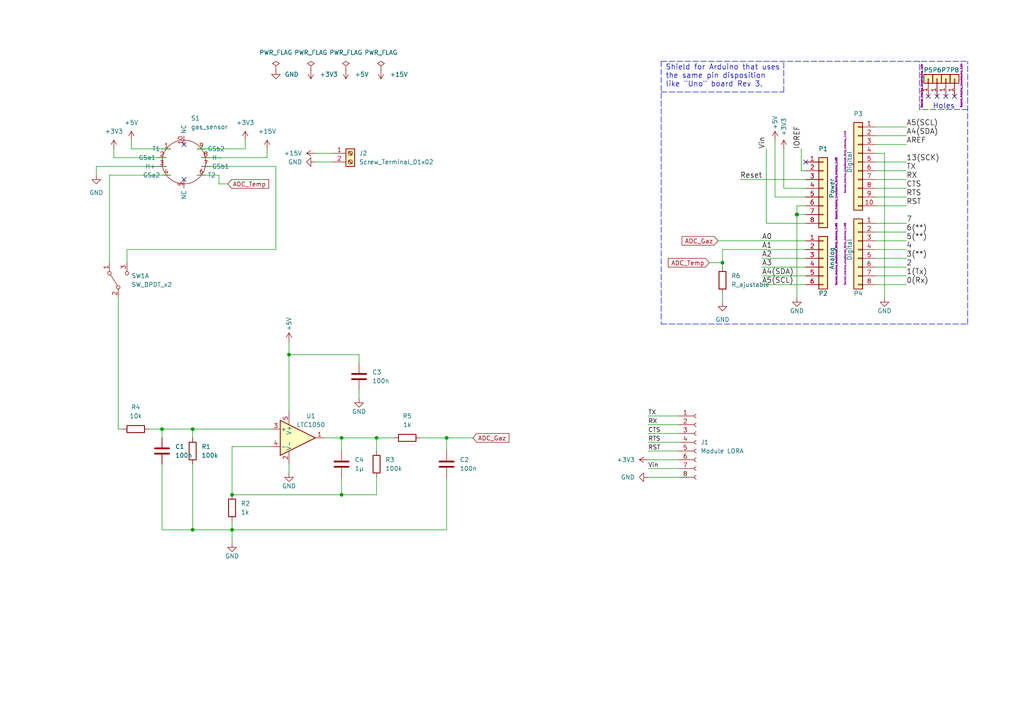
<source format=kicad_sch>
(kicad_sch (version 20211123) (generator eeschema)
  (paper "A4")
  (title_block (title "Projet MOSH") (date "2022-01-15") (rev "1.0") (company "INSA") (comment 1 "Lerat Convert Mackay Hebras Benazzouz"))
  (lib_symbols
    (symbol "Amplifier_Operational:AD8603" (pin_names (offset 0.127))
      (property "Reference" "U" (at 0 5.08 0))
      (property "Value" "AD8603" (at 0 -5.08 0))
      (symbol "AD8603_0_1"
        (polyline (pts (xy -5.08 5.08) (xy 5.08 0) (xy -5.08 -5.08) (xy -5.08 5.08)) (stroke (width 0.254)) (fill (type background)))
        (pin power_in line (at -2.54 -7.62 90) (length 3.81) (name "V-") (number "2"))
        (pin power_in line (at -2.54 7.62 270) (length 3.81) (name "V+") (number "5"))
      )
      (symbol "AD8603_1_1"
        (pin output line (at 7.62 0 180) (length 2.54) (name "~") (number "1"))
        (pin input line (at -7.62 2.54 0) (length 2.54) (name "+") (number "3"))
        (pin input line (at -7.62 -2.54 0) (length 2.54) (name "-") (number "4"))
      )
    )
    (symbol "Connector:Conn_01x08_Female" (pin_names (offset 1.016) hide)
      (property "Reference" "J" (at 0 10.16 0))
      (property "Value" "Conn_01x08_Female" (at 0 -12.7 0))
      (symbol "Conn_01x08_Female_1_1"
        (arc (start 0 -9.652) (mid -0.508 -10.16) (end 0 -10.668) (stroke (width 0.1524)))
        (arc (start 0 -7.112) (mid -0.508 -7.62) (end 0 -8.128) (stroke (width 0.1524)))
        (arc (start 0 -4.572) (mid -0.508 -5.08) (end 0 -5.588) (stroke (width 0.1524)))
        (arc (start 0 -2.032) (mid -0.508 -2.54) (end 0 -3.048) (stroke (width 0.1524)))
        (polyline (pts (xy -1.27 -10.16) (xy -0.508 -10.16)) (stroke (width 0.1524)))
        (polyline (pts (xy -1.27 -7.62) (xy -0.508 -7.62)) (stroke (width 0.1524)))
        (polyline (pts (xy -1.27 -5.08) (xy -0.508 -5.08)) (stroke (width 0.1524)))
        (polyline (pts (xy -1.27 -2.54) (xy -0.508 -2.54)) (stroke (width 0.1524)))
        (polyline (pts (xy -1.27 0) (xy -0.508 0)) (stroke (width 0.1524)))
        (polyline (pts (xy -1.27 2.54) (xy -0.508 2.54)) (stroke (width 0.1524)))
        (polyline (pts (xy -1.27 5.08) (xy -0.508 5.08)) (stroke (width 0.1524)))
        (polyline (pts (xy -1.27 7.62) (xy -0.508 7.62)) (stroke (width 0.1524)))
        (arc (start 0 0.508) (mid -0.508 0) (end 0 -0.508) (stroke (width 0.1524)))
        (arc (start 0 3.048) (mid -0.508 2.54) (end 0 2.032) (stroke (width 0.1524)))
        (arc (start 0 5.588) (mid -0.508 5.08) (end 0 4.572) (stroke (width 0.1524)))
        (arc (start 0 8.128) (mid -0.508 7.62) (end 0 7.112) (stroke (width 0.1524)))
        (pin passive line (at -5.08 7.62 0) (length 3.81) (name "Pin_1") (number "1"))
        (pin passive line (at -5.08 5.08 0) (length 3.81) (name "Pin_2") (number "2"))
        (pin passive line (at -5.08 2.54 0) (length 3.81) (name "Pin_3") (number "3"))
        (pin passive line (at -5.08 0 0) (length 3.81) (name "Pin_4") (number "4"))
        (pin passive line (at -5.08 -2.54 0) (length 3.81) (name "Pin_5") (number "5"))
        (pin passive line (at -5.08 -5.08 0) (length 3.81) (name "Pin_6") (number "6"))
        (pin passive line (at -5.08 -7.62 0) (length 3.81) (name "Pin_7") (number "7"))
        (pin passive line (at -5.08 -10.16 0) (length 3.81) (name "Pin_8") (number "8"))
      )
    )
    (symbol "Connector:Screw_Terminal_01x02" (pin_names (offset 1.016) hide)
      (property "Reference" "J" (at 0 2.54 0))
      (property "Value" "Screw_Terminal_01x02" (at 0 -5.08 0))
      (symbol "Screw_Terminal_01x02_1_1"
        (rectangle (start -1.27 1.27) (end 1.27 -3.81) (stroke (width 0.254)) (fill (type background)))
        (circle (center 0 -2.54) (radius 0.635) (stroke (width 0.1524)))
        (polyline (pts (xy -0.5334 -2.2098) (xy 0.3302 -3.048)) (stroke (width 0.1524)))
        (polyline (pts (xy -0.5334 0.3302) (xy 0.3302 -0.508)) (stroke (width 0.1524)))
        (polyline (pts (xy -0.3556 -2.032) (xy 0.508 -2.8702)) (stroke (width 0.1524)))
        (polyline (pts (xy -0.3556 0.508) (xy 0.508 -0.3302)) (stroke (width 0.1524)))
        (circle (center 0 0) (radius 0.635) (stroke (width 0.1524)))
        (pin passive line (at -5.08 0 0) (length 3.81) (name "Pin_1") (number "1"))
        (pin passive line (at -5.08 -2.54 0) (length 3.81) (name "Pin_2") (number "2"))
      )
    )
    (symbol "Connector_Generic:Conn_01x01" (pin_names (offset 1.016) hide)
      (property "Reference" "J" (at 0 2.54 0))
      (property "Value" "Conn_01x01" (at 0 -2.54 0))
      (symbol "Conn_01x01_1_1"
        (rectangle (start -1.27 0.127) (end 0 -0.127) (stroke (width 0.1524)))
        (rectangle (start -1.27 1.27) (end 1.27 -1.27) (stroke (width 0.254)) (fill (type background)))
        (pin passive line (at -5.08 0 0) (length 3.81) (name "Pin_1") (number "1"))
      )
    )
    (symbol "Connector_Generic:Conn_01x06" (pin_names (offset 1.016) hide)
      (property "Reference" "J" (at 0 7.62 0))
      (property "Value" "Conn_01x06" (at 0 -10.16 0))
      (symbol "Conn_01x06_1_1"
        (rectangle (start -1.27 -7.493) (end 0 -7.747) (stroke (width 0.1524)))
        (rectangle (start -1.27 -4.953) (end 0 -5.207) (stroke (width 0.1524)))
        (rectangle (start -1.27 -2.413) (end 0 -2.667) (stroke (width 0.1524)))
        (rectangle (start -1.27 0.127) (end 0 -0.127) (stroke (width 0.1524)))
        (rectangle (start -1.27 2.667) (end 0 2.413) (stroke (width 0.1524)))
        (rectangle (start -1.27 5.207) (end 0 4.953) (stroke (width 0.1524)))
        (rectangle (start -1.27 6.35) (end 1.27 -8.89) (stroke (width 0.254)) (fill (type background)))
        (pin passive line (at -5.08 5.08 0) (length 3.81) (name "Pin_1") (number "1"))
        (pin passive line (at -5.08 2.54 0) (length 3.81) (name "Pin_2") (number "2"))
        (pin passive line (at -5.08 0 0) (length 3.81) (name "Pin_3") (number "3"))
        (pin passive line (at -5.08 -2.54 0) (length 3.81) (name "Pin_4") (number "4"))
        (pin passive line (at -5.08 -5.08 0) (length 3.81) (name "Pin_5") (number "5"))
        (pin passive line (at -5.08 -7.62 0) (length 3.81) (name "Pin_6") (number "6"))
      )
    )
    (symbol "Connector_Generic:Conn_01x08" (pin_names (offset 1.016) hide)
      (property "Reference" "J" (at 0 10.16 0))
      (property "Value" "Conn_01x08" (at 0 -12.7 0))
      (symbol "Conn_01x08_1_1"
        (rectangle (start -1.27 -10.033) (end 0 -10.287) (stroke (width 0.1524)))
        (rectangle (start -1.27 -7.493) (end 0 -7.747) (stroke (width 0.1524)))
        (rectangle (start -1.27 -4.953) (end 0 -5.207) (stroke (width 0.1524)))
        (rectangle (start -1.27 -2.413) (end 0 -2.667) (stroke (width 0.1524)))
        (rectangle (start -1.27 0.127) (end 0 -0.127) (stroke (width 0.1524)))
        (rectangle (start -1.27 2.667) (end 0 2.413) (stroke (width 0.1524)))
        (rectangle (start -1.27 5.207) (end 0 4.953) (stroke (width 0.1524)))
        (rectangle (start -1.27 7.747) (end 0 7.493) (stroke (width 0.1524)))
        (rectangle (start -1.27 8.89) (end 1.27 -11.43) (stroke (width 0.254)) (fill (type background)))
        (pin passive line (at -5.08 7.62 0) (length 3.81) (name "Pin_1") (number "1"))
        (pin passive line (at -5.08 5.08 0) (length 3.81) (name "Pin_2") (number "2"))
        (pin passive line (at -5.08 2.54 0) (length 3.81) (name "Pin_3") (number "3"))
        (pin passive line (at -5.08 0 0) (length 3.81) (name "Pin_4") (number "4"))
        (pin passive line (at -5.08 -2.54 0) (length 3.81) (name "Pin_5") (number "5"))
        (pin passive line (at -5.08 -5.08 0) (length 3.81) (name "Pin_6") (number "6"))
        (pin passive line (at -5.08 -7.62 0) (length 3.81) (name "Pin_7") (number "7"))
        (pin passive line (at -5.08 -10.16 0) (length 3.81) (name "Pin_8") (number "8"))
      )
    )
    (symbol "Connector_Generic:Conn_01x10" (pin_names (offset 1.016) hide)
      (property "Reference" "J" (at 0 12.7 0))
      (property "Value" "Conn_01x10" (at 0 -15.24 0))
      (symbol "Conn_01x10_1_1"
        (rectangle (start -1.27 -12.573) (end 0 -12.827) (stroke (width 0.1524)))
        (rectangle (start -1.27 -10.033) (end 0 -10.287) (stroke (width 0.1524)))
        (rectangle (start -1.27 -7.493) (end 0 -7.747) (stroke (width 0.1524)))
        (rectangle (start -1.27 -4.953) (end 0 -5.207) (stroke (width 0.1524)))
        (rectangle (start -1.27 -2.413) (end 0 -2.667) (stroke (width 0.1524)))
        (rectangle (start -1.27 0.127) (end 0 -0.127) (stroke (width 0.1524)))
        (rectangle (start -1.27 2.667) (end 0 2.413) (stroke (width 0.1524)))
        (rectangle (start -1.27 5.207) (end 0 4.953) (stroke (width 0.1524)))
        (rectangle (start -1.27 7.747) (end 0 7.493) (stroke (width 0.1524)))
        (rectangle (start -1.27 10.287) (end 0 10.033) (stroke (width 0.1524)))
        (rectangle (start -1.27 11.43) (end 1.27 -13.97) (stroke (width 0.254)) (fill (type background)))
        (pin passive line (at -5.08 10.16 0) (length 3.81) (name "Pin_1") (number "1"))
        (pin passive line (at -5.08 -12.7 0) (length 3.81) (name "Pin_10") (number "10"))
        (pin passive line (at -5.08 7.62 0) (length 3.81) (name "Pin_2") (number "2"))
        (pin passive line (at -5.08 5.08 0) (length 3.81) (name "Pin_3") (number "3"))
        (pin passive line (at -5.08 2.54 0) (length 3.81) (name "Pin_4") (number "4"))
        (pin passive line (at -5.08 0 0) (length 3.81) (name "Pin_5") (number "5"))
        (pin passive line (at -5.08 -2.54 0) (length 3.81) (name "Pin_6") (number "6"))
        (pin passive line (at -5.08 -5.08 0) (length 3.81) (name "Pin_7") (number "7"))
        (pin passive line (at -5.08 -7.62 0) (length 3.81) (name "Pin_8") (number "8"))
        (pin passive line (at -5.08 -10.16 0) (length 3.81) (name "Pin_9") (number "9"))
      )
    )
    (symbol "Device:C" (pin_numbers hide) (pin_names (offset 0.254))
      (property "Reference" "C" (at 0.635 2.54 0))
      (property "Value" "C" (at 0.635 -2.54 0))
      (symbol "C_0_1"
        (polyline (pts (xy -2.032 -0.762) (xy 2.032 -0.762)) (stroke (width 0.508)))
        (polyline (pts (xy -2.032 0.762) (xy 2.032 0.762)) (stroke (width 0.508)))
      )
      (symbol "C_1_1"
        (pin passive line (at 0 3.81 270) (length 2.794) (name "~") (number "1"))
        (pin passive line (at 0 -3.81 90) (length 2.794) (name "~") (number "2"))
      )
    )
    (symbol "Device:R" (pin_numbers hide) (pin_names (offset 0))
      (property "Reference" "R" (at 2.032 0 90))
      (property "Value" "R" (at 0 0 90))
      (symbol "R_0_1"
        (rectangle (start -1.016 -2.54) (end 1.016 2.54) (stroke (width 0.254)))
      )
      (symbol "R_1_1"
        (pin passive line (at 0 3.81 270) (length 1.27) (name "~") (number "1"))
        (pin passive line (at 0 -3.81 90) (length 1.27) (name "~") (number "2"))
      )
    )
    (symbol "New_Library:gas_sensor"
      (property "Reference" "S" (at 0 3.81 0))
      (property "Value" "gas_sensor" (at 0 2.54 0))
      (symbol "gas_sensor_0_1"
        (circle (center 0 -7.62) (radius 6.35) (stroke (width 0.1524)))
      )
      (symbol "gas_sensor_1_1"
        (pin bidirectional line (at -3.81 -3.81 180) (length 2.54) (name "T1") (number "1"))
        (pin input line (at 0 -2.54 90) (length 2.54) (name "NC") (number "10"))
        (pin input line (at -5.08 -6.35 180) (length 2.54) (name "GSa1") (number "2"))
        (pin input line (at -5.08 -8.89 180) (length 2.54) (name "H+") (number "3"))
        (pin input line (at -3.81 -11.43 180) (length 2.54) (name "GSa2") (number "4"))
        (pin input line (at 0 -12.7 270) (length 2.54) (name "NC") (number "5"))
        (pin input line (at 3.81 -11.43 0) (length 2.54) (name "T2") (number "6"))
        (pin input line (at 5.08 -8.89 0) (length 2.54) (name "GSb1") (number "7"))
        (pin input line (at 5.08 -6.35 0) (length 2.54) (name "H-") (number "8"))
        (pin input line (at 3.81 -3.81 0) (length 2.54) (name "GSb2") (number "9"))
      )
    )
    (symbol "Switch:SW_DPDT_x2" (pin_names (offset 0) hide)
      (property "Reference" "SW" (at 0 4.318 0))
      (property "Value" "SW_DPDT_x2" (at 0 -5.08 0))
      (symbol "SW_DPDT_x2_0_0"
        (circle (center -2.032 0) (radius 0.508))
        (circle (center 2.032 -2.54) (radius 0.508))
      )
      (symbol "SW_DPDT_x2_0_1"
        (polyline (pts (xy -1.524 0.254) (xy 1.651 2.286)))
        (circle (center 2.032 2.54) (radius 0.508))
      )
      (symbol "SW_DPDT_x2_1_1"
        (pin passive line (at 5.08 2.54 180) (length 2.54) (name "A") (number "1"))
        (pin passive line (at -5.08 0 0) (length 2.54) (name "B") (number "2"))
        (pin passive line (at 5.08 -2.54 180) (length 2.54) (name "C") (number "3"))
      )
      (symbol "SW_DPDT_x2_2_1"
        (pin passive line (at 5.08 2.54 180) (length 2.54) (name "A") (number "4"))
        (pin passive line (at -5.08 0 0) (length 2.54) (name "B") (number "5"))
        (pin passive line (at 5.08 -2.54 180) (length 2.54) (name "C") (number "6"))
      )
    )
    (symbol "power:+15V" (power) (pin_names (offset 0))
      (property "Value" "+15V" (at 0 3.556 0))
      (symbol "+15V_0_1"
        (polyline (pts (xy -0.762 1.27) (xy 0 2.54)))
        (polyline (pts (xy 0 0) (xy 0 2.54)))
        (polyline (pts (xy 0 2.54) (xy 0.762 1.27)))
      )
      (symbol "+15V_1_1"
        (pin power_in line (at 0 0 90) (length 0) hide (name "+15V") (number "1"))
      )
    )
    (symbol "power:+3.3V" (power) (pin_names (offset 0))
      (property "Value" "+3.3V" (at 0 3.556 0))
      (symbol "+3.3V_0_1"
        (polyline (pts (xy -0.762 1.27) (xy 0 2.54)))
        (polyline (pts (xy 0 0) (xy 0 2.54)))
        (polyline (pts (xy 0 2.54) (xy 0.762 1.27)))
      )
      (symbol "+3.3V_1_1"
        (pin power_in line (at 0 0 90) (length 0) hide (name "+3V3") (number "1"))
      )
    )
    (symbol "power:+5V" (power) (pin_names (offset 0))
      (property "Value" "+5V" (at 0 3.556 0))
      (symbol "+5V_0_1"
        (polyline (pts (xy -0.762 1.27) (xy 0 2.54)))
        (polyline (pts (xy 0 0) (xy 0 2.54)))
        (polyline (pts (xy 0 2.54) (xy 0.762 1.27)))
      )
      (symbol "+5V_1_1"
        (pin power_in line (at 0 0 90) (length 0) hide (name "+5V") (number "1"))
      )
    )
    (symbol "power:GND" (power) (pin_names (offset 0))
      (property "Value" "GND" (at 0 -3.81 0))
      (symbol "GND_0_1"
        (polyline (pts (xy 0 0) (xy 0 -1.27) (xy 1.27 -1.27) (xy 0 -2.54) (xy -1.27 -1.27) (xy 0 -1.27)))
      )
      (symbol "GND_1_1"
        (pin power_in line (at 0 0 270) (length 0) hide (name "GND") (number "1"))
      )
    )
    (symbol "power:PWR_FLAG" (power) (pin_numbers hide) (pin_names (offset 0) hide)
      (property "Value" "PWR_FLAG" (at 0 3.81 0))
      (symbol "PWR_FLAG_0_0"
        (pin power_out line (at 0 0 90) (length 0) (name "pwr") (number "1"))
      )
      (symbol "PWR_FLAG_0_1"
        (polyline (pts (xy 0 0) (xy 0 1.27) (xy -1.016 1.905) (xy 0 2.54) (xy 1.016 1.905) (xy 0 1.27)))
      )
    )
  )
  (junction (at 99.06 127))
  (junction (at 67.31 143.51))
  (junction (at 55.88 153.67))
  (junction (at 129.54 127))
  (junction (at 231.14 62.23) (diameter 1.016))
  (junction (at 46.99 124.46))
  (junction (at 83.82 102.87))
  (junction (at 109.22 127))
  (junction (at 67.31 153.67))
  (junction (at 209.55 76.2))
  (junction (at 99.06 143.51))
  (junction (at 55.88 124.46))
  (no_connect (at 274.32 27.94))
  (no_connect (at 269.24 27.94))
  (no_connect (at 271.78 27.94))
  (no_connect (at 276.86 27.94))
  (no_connect (at 233.68 46.99))
  (no_connect (at 53.34 41.91))
  (no_connect (at 53.34 52.07))
  (wire (pts (xy 187.96 138.43) (xy 196.85 138.43)))
  (wire (pts (xy 233.68 54.61) (xy 227.33 54.61)))
  (wire (pts (xy 104.14 113.03) (xy 104.14 115.57)))
  (wire (pts (xy 233.68 77.47) (xy 220.98 77.47)))
  (wire (pts (xy 77.47 45.72) (xy 58.42 45.72)))
  (wire (pts (xy 31.75 50.8) (xy 49.53 50.8)))
  (polyline (pts (xy 227.33 26.67) (xy 227.33 17.78)) (stroke (width 0) (type dash)))
  (wire (pts (xy 129.54 127) (xy 129.54 130.81)))
  (wire (pts (xy 121.92 127) (xy 129.54 127)))
  (wire (pts (xy 109.22 138.43) (xy 109.22 143.51)))
  (wire (pts (xy 254 69.85) (xy 262.89 69.85)))
  (wire (pts (xy 187.96 133.35) (xy 196.85 133.35)))
  (wire (pts (xy 99.06 143.51) (xy 109.22 143.51)))
  (wire (pts (xy 187.96 135.89) (xy 196.85 135.89)))
  (wire (pts (xy 46.99 124.46) (xy 46.99 127)))
  (wire (pts (xy 187.96 123.19) (xy 196.85 123.19)))
  (wire (pts (xy 63.5 50.8) (xy 57.15 50.8)))
  (wire (pts (xy 209.55 76.2) (xy 209.55 77.47)))
  (wire (pts (xy 67.31 153.67) (xy 67.31 157.48)))
  (wire (pts (xy 231.14 59.69) (xy 231.14 62.23)))
  (wire (pts (xy 109.22 127) (xy 109.22 130.81)))
  (wire (pts (xy 33.02 45.72) (xy 48.26 45.72)))
  (wire (pts (xy 33.02 43.18) (xy 33.02 45.72)))
  (wire (pts (xy 254 49.53) (xy 262.89 49.53)))
  (wire (pts (xy 256.54 44.45) (xy 256.54 86.36)))
  (wire (pts (xy 233.68 59.69) (xy 231.14 59.69)))
  (wire (pts (xy 93.98 127) (xy 99.06 127)))
  (wire (pts (xy 43.18 124.46) (xy 46.99 124.46)))
  (wire (pts (xy 254 59.69) (xy 262.89 59.69)))
  (wire (pts (xy 232.41 49.53) (xy 233.68 49.53)))
  (wire (pts (xy 233.68 57.15) (xy 224.79 57.15)))
  (wire (pts (xy 55.88 134.62) (xy 55.88 153.67)))
  (wire (pts (xy 109.22 127) (xy 114.3 127)))
  (wire (pts (xy 254 46.99) (xy 262.89 46.99)))
  (wire (pts (xy 254 64.77) (xy 262.89 64.77)))
  (wire (pts (xy 46.99 124.46) (xy 55.88 124.46)))
  (wire (pts (xy 36.83 76.2) (xy 36.83 72.39)))
  (wire (pts (xy 38.1 43.18) (xy 38.1 40.64)))
  (wire (pts (xy 254 36.83) (xy 262.89 36.83)))
  (wire (pts (xy 49.53 43.18) (xy 38.1 43.18)))
  (wire (pts (xy 27.94 48.26) (xy 27.94 50.8)))
  (wire (pts (xy 99.06 138.43) (xy 99.06 143.51)))
  (wire (pts (xy 77.47 43.18) (xy 77.47 45.72)))
  (wire (pts (xy 254 77.47) (xy 262.89 77.47)))
  (wire (pts (xy 209.55 85.09) (xy 209.55 87.63)))
  (wire (pts (xy 55.88 124.46) (xy 55.88 127)))
  (wire (pts (xy 187.96 130.81) (xy 196.85 130.81)))
  (wire (pts (xy 187.96 120.65) (xy 196.85 120.65)))
  (wire (pts (xy 233.68 64.77) (xy 222.25 64.77)))
  (wire (pts (xy 67.31 153.67) (xy 129.54 153.67)))
  (wire (pts (xy 63.5 50.8) (xy 63.5 53.34)))
  (wire (pts (xy 91.44 46.99) (xy 96.52 46.99)))
  (wire (pts (xy 254 52.07) (xy 262.89 52.07)))
  (wire (pts (xy 233.68 80.01) (xy 220.98 80.01)))
  (wire (pts (xy 48.26 48.26) (xy 27.94 48.26)))
  (polyline (pts (xy 280.67 31.75) (xy 266.7 31.75)) (stroke (width 0) (type dash)))
  (wire (pts (xy 233.68 52.07) (xy 214.63 52.07)))
  (wire (pts (xy 99.06 127) (xy 109.22 127)))
  (wire (pts (xy 254 44.45) (xy 256.54 44.45)))
  (wire (pts (xy 233.68 62.23) (xy 231.14 62.23)))
  (wire (pts (xy 254 57.15) (xy 262.89 57.15)))
  (wire (pts (xy 31.75 76.2) (xy 31.75 50.8)))
  (wire (pts (xy 231.14 62.23) (xy 231.14 86.36)))
  (wire (pts (xy 222.25 64.77) (xy 222.25 43.18)))
  (wire (pts (xy 55.88 153.67) (xy 67.31 153.67)))
  (wire (pts (xy 104.14 102.87) (xy 104.14 105.41)))
  (wire (pts (xy 209.55 72.39) (xy 233.68 72.39)))
  (wire (pts (xy 36.83 72.39) (xy 80.01 72.39)))
  (wire (pts (xy 83.82 134.62) (xy 83.82 137.16)))
  (wire (pts (xy 129.54 127) (xy 137.16 127)))
  (wire (pts (xy 80.01 72.39) (xy 80.01 48.26)))
  (wire (pts (xy 187.96 128.27) (xy 196.85 128.27)))
  (polyline (pts (xy 191.77 93.98) (xy 280.67 93.98)) (stroke (width 0) (type dash)))
  (wire (pts (xy 254 74.93) (xy 262.89 74.93)))
  (wire (pts (xy 83.82 102.87) (xy 83.82 119.38)))
  (wire (pts (xy 129.54 138.43) (xy 129.54 153.67)))
  (wire (pts (xy 187.96 125.73) (xy 196.85 125.73)))
  (wire (pts (xy 233.68 82.55) (xy 220.98 82.55)))
  (wire (pts (xy 99.06 127) (xy 99.06 130.81)))
  (polyline (pts (xy 191.77 17.78) (xy 280.67 17.78)) (stroke (width 0) (type dash)))
  (wire (pts (xy 91.44 44.45) (xy 96.52 44.45)))
  (wire (pts (xy 34.29 86.36) (xy 34.29 124.46)))
  (wire (pts (xy 254 80.01) (xy 262.89 80.01)))
  (wire (pts (xy 63.5 53.34) (xy 66.04 53.34)))
  (polyline (pts (xy 266.7 31.75) (xy 266.7 17.78)) (stroke (width 0) (type dash)))
  (wire (pts (xy 67.31 151.13) (xy 67.31 153.67)))
  (wire (pts (xy 254 67.31) (xy 262.89 67.31)))
  (wire (pts (xy 34.29 124.46) (xy 35.56 124.46)))
  (wire (pts (xy 224.79 57.15) (xy 224.79 40.64)))
  (wire (pts (xy 205.74 76.2) (xy 209.55 76.2)))
  (wire (pts (xy 46.99 153.67) (xy 55.88 153.67)))
  (wire (pts (xy 254 39.37) (xy 262.89 39.37)))
  (wire (pts (xy 254 72.39) (xy 262.89 72.39)))
  (wire (pts (xy 254 41.91) (xy 262.89 41.91)))
  (wire (pts (xy 67.31 129.54) (xy 78.74 129.54)))
  (wire (pts (xy 67.31 129.54) (xy 67.31 143.51)))
  (polyline (pts (xy 191.77 17.78) (xy 191.77 93.98)) (stroke (width 0) (type dash)))
  (wire (pts (xy 71.12 43.18) (xy 57.15 43.18)))
  (wire (pts (xy 227.33 54.61) (xy 227.33 43.18)))
  (wire (pts (xy 232.41 43.18) (xy 232.41 49.53)))
  (polyline (pts (xy 280.67 93.98) (xy 280.67 17.78)) (stroke (width 0) (type dash)))
  (wire (pts (xy 83.82 102.87) (xy 104.14 102.87)))
  (wire (pts (xy 55.88 124.46) (xy 78.74 124.46)))
  (wire (pts (xy 67.31 143.51) (xy 99.06 143.51)))
  (wire (pts (xy 83.82 99.06) (xy 83.82 102.87)))
  (wire (pts (xy 254 82.55) (xy 262.89 82.55)))
  (wire (pts (xy 254 54.61) (xy 262.89 54.61)))
  (wire (pts (xy 209.55 72.39) (xy 209.55 76.2)))
  (wire (pts (xy 46.99 134.62) (xy 46.99 153.67)))
  (wire (pts (xy 208.28 69.85) (xy 233.68 69.85)))
  (wire (pts (xy 233.68 74.93) (xy 220.98 74.93)))
  (wire (pts (xy 58.42 48.26) (xy 80.01 48.26)))
  (polyline (pts (xy 191.77 26.67) (xy 227.33 26.67)) (stroke (width 0) (type dash)))
  (wire (pts (xy 71.12 40.64) (xy 71.12 43.18)))
  (text "Holes" (at 270.51 31.75 0) (effects (font (size 1.524 1.524)) (justify left bottom)))
  (text "Shield for Arduino that uses\nthe same pin disposition\nlike \"Uno\" board Rev 3." (at 193.04 25.4 0) (effects (font (size 1.524 1.524)) (justify left bottom)))
  (label "Vin" (at 222.25 43.18 90) (effects (font (size 1.524 1.524))))
  (label "0(Rx)" (at 262.89 82.55 0) (effects (font (size 1.524 1.524))))
  (label "A4(SDA)" (at 220.98 80.01 0) (effects (font (size 1.524 1.524))))
  (label "TX" (at 187.96 120.65 0))
  (label "CTS" (at 187.96 125.73 0))
  (label "4" (at 262.89 72.39 0) (effects (font (size 1.524 1.524))))
  (label "5(**)" (at 262.89 69.85 0) (effects (font (size 1.524 1.524))))
  (label "A2" (at 220.98 74.93 0) (effects (font (size 1.524 1.524))))
  (label "A5(SCL)" (at 220.98 82.55 0) (effects (font (size 1.524 1.524))))
  (label "A0" (at 220.98 69.85 0) (effects (font (size 1.524 1.524))))
  (label "A1" (at 220.98 72.39 0) (effects (font (size 1.524 1.524))))
  (label "CTS" (at 262.89 54.61 0) (effects (font (size 1.524 1.524))))
  (label "13(SCK)" (at 262.89 46.99 0) (effects (font (size 1.524 1.524))))
  (label "RX" (at 187.96 123.19 0))
  (label "7" (at 262.89 64.77 0) (effects (font (size 1.524 1.524))))
  (label "A4(SDA)" (at 262.89 39.37 0) (effects (font (size 1.524 1.524))))
  (label "A3" (at 220.98 77.47 0) (effects (font (size 1.524 1.524))))
  (label "Reset" (at 214.63 52.07 0) (effects (font (size 1.524 1.524))))
  (label "2" (at 262.89 77.47 0) (effects (font (size 1.524 1.524))))
  (label "TX" (at 262.89 49.53 0) (effects (font (size 1.524 1.524))))
  (label "3(**)" (at 262.89 74.93 0) (effects (font (size 1.524 1.524))))
  (label "Vin" (at 187.96 135.89 0))
  (label "RTS" (at 262.89 57.15 0) (effects (font (size 1.524 1.524))))
  (label "RTS" (at 187.96 128.27 0))
  (label "RST" (at 262.89 59.69 0) (effects (font (size 1.524 1.524))))
  (label "A5(SCL)" (at 262.89 36.83 0) (effects (font (size 1.524 1.524))))
  (label "RST" (at 187.96 130.81 0))
  (label "IOREF" (at 232.41 43.18 90) (effects (font (size 1.524 1.524))))
  (label "AREF" (at 262.89 41.91 0) (effects (font (size 1.524 1.524))))
  (label "RX" (at 262.89 52.07 0) (effects (font (size 1.524 1.524))))
  (label "1(Tx)" (at 262.89 80.01 0) (effects (font (size 1.524 1.524))))
  (label "6(**)" (at 262.89 67.31 0) (effects (font (size 1.524 1.524))))
  (global_label "ADC_Gaz" (shape input) (at 137.16 127 0) (property "Intersheet References" "${INTERSHEET_REFS}" (effects hide)))
  (global_label "ADC_Temp" (shape input) (at 66.04 53.34 0) (property "Intersheet References" "${INTERSHEET_REFS}" (effects hide)))
  (global_label "ADC_Temp" (shape input) (at 205.74 76.2 180) (property "Intersheet References" "${INTERSHEET_REFS}" (effects hide)))
  (global_label "ADC_Gaz" (shape input) (at 208.28 69.85 180) (property "Intersheet References" "${INTERSHEET_REFS}" (effects hide)))
  (symbol (lib_id "Connector_Generic:Conn_01x08") (at 238.76 54.61 0) (unit 1)
    (property "Reference" "P1" (at 238.76 43.18 0))
    (property "Value" "Power" (at 241.3 54.61 90))
    (property "Footprint" "Socket_Arduino_Uno:Socket_Strip_Arduino_1x08" (at 242.57 54.61 90) (effects (font (size 0.508 0.508))))
  )
  (symbol (lib_id "power:+3.3V") (at 227.33 43.18 0) (unit 1)
    (property "Reference" "#PWR01" (effects hide))
    (property "Value" "+3.3V" (at 227.33 36.83 90))
  )
  (symbol (lib_id "power:+5V") (at 224.79 40.64 0) (unit 1)
    (property "Reference" "#PWR02" (effects hide))
    (property "Value" "+5V" (at 224.79 35.56 90))
  )
  (symbol (lib_id "power:GND") (at 231.14 86.36 0) (unit 1)
    (property "Reference" "#PWR03" (effects hide))
    (property "Value" "GND" (at 231.14 90.17 0))
  )
  (symbol (lib_id "power:GND") (at 256.54 86.36 0) (unit 1)
    (property "Reference" "#PWR04" (effects hide))
    (property "Value" "GND" (at 256.54 90.17 0))
  )
  (symbol (lib_id "Connector_Generic:Conn_01x06") (at 238.76 74.93 0) (unit 1)
    (property "Reference" "P2" (at 238.76 85.09 0))
    (property "Value" "Analog" (at 241.3 74.93 90))
    (property "Footprint" "Socket_Arduino_Uno:Socket_Strip_Arduino_1x06" (at 242.57 73.66 90) (effects (font (size 0.508 0.508))))
  )
  (symbol (lib_id "Connector_Generic:Conn_01x01") (at 269.24 22.86 90) (unit 1)
    (property "Reference" "P5" (at 269.24 20.32 90))
    (property "Value" "CONN_01X01" (effects hide))
    (property "Footprint" "Socket_Arduino_Uno:Arduino_1pin" (at 267.3604 24.8666 0) (effects (font (size 0.508 0.508))))
  )
  (symbol (lib_id "Connector_Generic:Conn_01x01") (at 271.78 22.86 90) (unit 1)
    (property "Reference" "P6" (at 271.78 20.32 90))
    (property "Value" "CONN_01X01" (effects hide))
    (property "Footprint" "Socket_Arduino_Uno:Arduino_1pin" (effects hide))
  )
  (symbol (lib_id "Connector_Generic:Conn_01x01") (at 274.32 22.86 90) (unit 1)
    (property "Reference" "P7" (at 274.32 20.32 90))
    (property "Value" "CONN_01X01" (effects hide))
    (property "Footprint" "Socket_Arduino_Uno:Arduino_1pin" (effects hide))
  )
  (symbol (lib_id "Connector_Generic:Conn_01x01") (at 276.86 22.86 90) (unit 1)
    (property "Reference" "P8" (at 276.86 20.32 90))
    (property "Value" "CONN_01X01" (effects hide))
    (property "Footprint" "Socket_Arduino_Uno:Arduino_1pin" (at 278.8412 24.7904 0) (effects (font (size 0.508 0.508))))
  )
  (symbol (lib_id "Connector_Generic:Conn_01x08") (at 248.92 72.39 0) (mirror y) (unit 1)
    (property "Reference" "P4" (at 248.92 85.09 0))
    (property "Value" "Digital" (at 246.38 72.39 90))
    (property "Footprint" "Socket_Arduino_Uno:Socket_Strip_Arduino_1x08" (at 245.11 73.66 90) (effects (font (size 0.508 0.508))))
  )
  (symbol (lib_id "Connector_Generic:Conn_01x10") (at 248.92 46.99 0) (mirror y) (unit 1)
    (property "Reference" "P3" (at 248.92 33.02 0))
    (property "Value" "Digital" (at 246.38 46.99 90))
    (property "Footprint" "Socket_Arduino_Uno:Socket_Strip_Arduino_1x10" (at 245.11 46.99 90) (effects (font (size 0.508 0.508))))
  )
  (symbol (lib_id "Switch:SW_DPDT_x2") (at 34.29 81.28 90) (unit 1)
    (property "Reference" "SW1" (at 38.1 80.0099 90) (effects (justify right)))
    (property "Value" "SW_DPDT_x2" (at 38.1 82.5499 90) (effects (justify right)))
    (property "Footprint" "Connector_PinHeader_2.54mm:PinHeader_1x03_P2.54mm_Vertical" (effects hide))
  )
  (symbol (lib_id "power:+3.3V") (at 33.02 43.18 0) (unit 1)
    (property "Reference" "#PWR0105" (effects hide))
    (property "Value" "+3.3V" (at 33.02 38.1 0))
  )
  (symbol (lib_id "power:GND") (at 187.96 138.43 270) (unit 1)
    (property "Reference" "#PWR0116" (effects hide))
    (property "Value" "GND" (at 184.15 138.4299 90) (effects (justify right)))
  )
  (symbol (lib_id "Device:C") (at 129.54 134.62 0) (unit 1)
    (property "Reference" "C2" (at 133.35 133.3499 0) (effects (justify left)))
    (property "Value" "100n" (at 133.35 135.8899 0) (effects (justify left)))
    (property "Footprint" "Capacitor_THT:CP_Radial_D5.0mm_P2.50mm" (effects hide))
  )
  (symbol (lib_id "Device:C") (at 99.06 134.62 0) (unit 1)
    (property "Reference" "C4" (at 102.87 133.3499 0) (effects (justify left)))
    (property "Value" "1µ" (at 102.87 135.8899 0) (effects (justify left)))
    (property "Footprint" "Capacitor_THT:CP_Radial_D5.0mm_P2.50mm" (effects hide))
  )
  (symbol (lib_id "power:PWR_FLAG") (at 80.01 20.32 0) (unit 1)
    (property "Reference" "#FLG0104" (effects hide))
    (property "Value" "PWR_FLAG" (at 80.01 15.24 0))
  )
  (symbol (lib_id "power:GND") (at 91.44 46.99 270) (unit 1)
    (property "Reference" "#PWR0117" (effects hide))
    (property "Value" "GND" (at 87.63 46.9899 90) (effects (justify right)))
  )
  (symbol (lib_id "power:GND") (at 83.82 137.16 0) (unit 1)
    (property "Reference" "#PWR0103" (effects hide))
    (property "Value" "GND" (at 83.82 140.97 0))
  )
  (symbol (lib_id "power:PWR_FLAG") (at 110.49 20.32 0) (unit 1)
    (property "Reference" "#FLG0103" (effects hide))
    (property "Value" "PWR_FLAG" (at 110.49 15.24 0))
  )
  (symbol (lib_id "power:+3.3V") (at 90.17 20.32 180) (unit 1)
    (property "Reference" "#PWR0112" (effects hide))
    (property "Value" "+3.3V" (at 92.71 21.5899 0) (effects (justify right)))
  )
  (symbol (lib_id "power:+3.3V") (at 71.12 40.64 0) (unit 1)
    (property "Reference" "#PWR0108" (effects hide))
    (property "Value" "+3.3V" (at 71.12 35.56 0))
  )
  (symbol (lib_id "Device:R") (at 109.22 134.62 0) (unit 1)
    (property "Reference" "R3" (at 111.76 133.3499 0) (effects (justify left)))
    (property "Value" "100k" (at 111.76 135.8899 0) (effects (justify left)))
    (property "Footprint" "Resistor_THT:R_Axial_DIN0204_L3.6mm_D1.6mm_P7.62mm_Horizontal" (effects hide))
  )
  (symbol (lib_id "Device:R") (at 209.55 81.28 0) (unit 1)
    (property "Reference" "R6" (at 212.09 80.0099 0) (effects (justify left)))
    (property "Value" "R_ajustable" (at 212.09 82.5499 0) (effects (justify left)))
    (property "Footprint" "Resistor_THT:R_Axial_DIN0204_L3.6mm_D1.6mm_P7.62mm_Horizontal" (effects hide))
  )
  (symbol (lib_id "power:+5V") (at 100.33 20.32 180) (unit 1)
    (property "Reference" "#PWR0114" (effects hide))
    (property "Value" "+5V" (at 102.87 21.5899 0) (effects (justify right)))
  )
  (symbol (lib_id "Connector:Screw_Terminal_01x02") (at 101.6 44.45 0) (unit 1)
    (property "Reference" "J2" (at 104.14 44.4499 0) (effects (justify left)))
    (property "Value" "Screw_Terminal_01x02" (at 104.14 46.9899 0) (effects (justify left)))
    (property "Footprint" "TerminalBlock_Phoenix:TerminalBlock_Phoenix_MKDS-1,5-2-5.08_1x02_P5.08mm_Horizontal" (effects hide))
  )
  (symbol (lib_id "power:+15V") (at 77.47 43.18 0) (unit 1)
    (property "Reference" "#PWR0107" (effects hide))
    (property "Value" "+15V" (at 77.47 38.1 0))
  )
  (symbol (lib_id "Connector:Conn_01x08_Female") (at 201.93 128.27 0) (unit 1)
    (property "Reference" "J1" (at 203.2 128.2699 0) (effects (justify left)))
    (property "Value" "Module LORA" (at 203.2 130.8099 0) (effects (justify left)))
    (property "Footprint" "Connector_PinSocket_2.54mm:PinSocket_1x08_P2.54mm_Vertical" (effects hide))
  )
  (symbol (lib_id "Device:R") (at 118.11 127 90) (unit 1)
    (property "Reference" "R5" (at 118.11 120.65 90))
    (property "Value" "1k" (at 118.11 123.19 90))
    (property "Footprint" "Resistor_THT:R_Axial_DIN0204_L3.6mm_D1.6mm_P7.62mm_Horizontal" (effects hide))
  )
  (symbol (lib_id "Device:C") (at 104.14 109.22 0) (unit 1)
    (property "Reference" "C3" (at 107.95 107.9499 0) (effects (justify left)))
    (property "Value" "100n" (at 107.95 110.4899 0) (effects (justify left)))
    (property "Footprint" "Capacitor_THT:CP_Radial_D5.0mm_P2.50mm" (effects hide))
  )
  (symbol (lib_id "power:GND") (at 80.01 20.32 0) (unit 1)
    (property "Reference" "#PWR0113" (effects hide))
    (property "Value" "GND" (at 82.55 21.5899 0) (effects (justify left)))
  )
  (symbol (lib_id "power:+5V") (at 38.1 40.64 0) (unit 1)
    (property "Reference" "#PWR0106" (effects hide))
    (property "Value" "+5V" (at 38.1 35.56 0))
  )
  (symbol (lib_id "power:+3.3V") (at 187.96 133.35 90) (unit 1)
    (property "Reference" "#PWR0115" (effects hide))
    (property "Value" "+3.3V" (at 184.15 133.3499 90) (effects (justify left)))
  )
  (symbol (lib_id "Device:R") (at 55.88 130.81 0) (unit 1)
    (property "Reference" "R1" (at 58.42 129.5399 0) (effects (justify left)))
    (property "Value" "100k" (at 58.42 132.0799 0) (effects (justify left)))
    (property "Footprint" "Resistor_THT:R_Axial_DIN0204_L3.6mm_D1.6mm_P7.62mm_Horizontal" (effects hide))
  )
  (symbol (lib_id "power:PWR_FLAG") (at 100.33 20.32 0) (unit 1)
    (property "Reference" "#FLG0102" (effects hide))
    (property "Value" "PWR_FLAG" (at 100.33 15.24 0))
  )
  (symbol (lib_id "New_Library:gas_sensor") (at 53.34 39.37 0) (unit 1)
    (property "Reference" "S1" (at 55.3594 34.29 0) (effects (justify left)))
    (property "Value" "gas_sensor" (at 55.3594 36.83 0) (effects (justify left)))
    (property "Footprint" "Package_TO_SOT_THT:TO-5-10_Window" (effects hide))
  )
  (symbol (lib_id "Amplifier_Operational:AD8603") (at 86.36 127 0) (unit 1)
    (property "Reference" "U1" (at 90.17 120.65 0))
    (property "Value" "LTC1050" (at 90.17 123.19 0))
    (property "Footprint" "Package_DIP:DIP-6_W7.62mm" (effects hide))
    (property "Datasheet" "https://www.analog.com/media/en/technical-documentation/data-sheets/AD8603_8607_8609.pdf" (effects hide))
  )
  (symbol (lib_id "power:GND") (at 104.14 115.57 0) (unit 1)
    (property "Reference" "#PWR0101" (effects hide))
    (property "Value" "GND" (at 104.14 119.38 0))
  )
  (symbol (lib_id "power:GND") (at 27.94 50.8 0) (unit 1)
    (property "Reference" "#PWR0109" (effects hide))
    (property "Value" "GND" (at 27.94 55.88 0))
  )
  (symbol (lib_id "power:GND") (at 67.31 157.48 0) (unit 1)
    (property "Reference" "#PWR0104" (effects hide))
    (property "Value" "GND" (at 67.31 161.29 0))
  )
  (symbol (lib_id "Device:C") (at 46.99 130.81 0) (unit 1)
    (property "Reference" "C1" (at 50.8 129.5399 0) (effects (justify left)))
    (property "Value" "100n" (at 50.8 132.0799 0) (effects (justify left)))
    (property "Footprint" "Capacitor_THT:CP_Radial_D5.0mm_P2.50mm" (effects hide))
  )
  (symbol (lib_id "Device:R") (at 39.37 124.46 90) (unit 1)
    (property "Reference" "R4" (at 39.37 118.11 90))
    (property "Value" "10k" (at 39.37 120.65 90))
    (property "Footprint" "Resistor_THT:R_Axial_DIN0204_L3.6mm_D1.6mm_P7.62mm_Horizontal" (effects hide))
  )
  (symbol (lib_id "power:+5V") (at 83.82 99.06 0) (unit 1)
    (property "Reference" "#PWR0102" (effects hide))
    (property "Value" "+5V" (at 83.82 93.98 90))
  )
  (symbol (lib_id "Device:R") (at 67.31 147.32 0) (unit 1)
    (property "Reference" "R2" (at 69.85 146.0499 0) (effects (justify left)))
    (property "Value" "1k" (at 69.85 148.5899 0) (effects (justify left)))
    (property "Footprint" "Resistor_THT:R_Axial_DIN0204_L3.6mm_D1.6mm_P7.62mm_Horizontal" (effects hide))
  )
  (symbol (lib_id "power:PWR_FLAG") (at 90.17 20.32 0) (unit 1)
    (property "Reference" "#FLG0101" (effects hide))
    (property "Value" "PWR_FLAG" (at 90.17 15.24 0))
  )
  (symbol (lib_id "power:+15V") (at 110.49 20.32 180) (unit 1)
    (property "Reference" "#PWR0111" (effects hide))
    (property "Value" "+15V" (at 113.03 21.5899 0) (effects (justify right)))
  )
  (symbol (lib_id "power:GND") (at 209.55 87.63 0) (unit 1)
    (property "Reference" "#PWR0110" (effects hide))
    (property "Value" "GND" (at 209.55 92.71 0))
  )
  (symbol (lib_id "power:+15V") (at 91.44 44.45 90) (unit 1)
    (property "Reference" "#PWR0118" (effects hide))
    (property "Value" "+15V" (at 87.63 44.4499 90) (effects (justify left)))
  )
)
</source>
